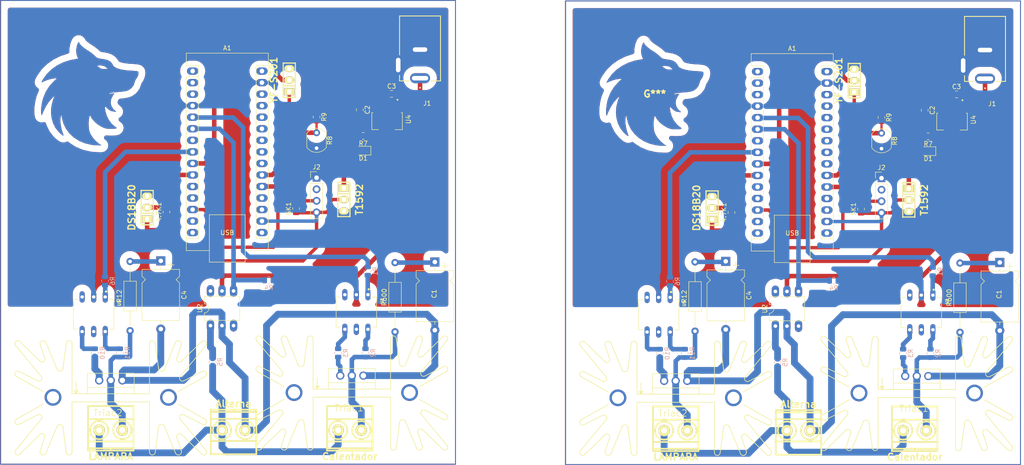
<source format=kicad_pcb>
(kicad_pcb (version 20240108) (generator "pcbnew") (generator_version "8.0")
  (layers (0 "F.Cu" signal) (31 "B.Cu" signal) (34 "B.Paste" user) (35 "F.Paste" user) (36 "B.SilkS" user "B.Silkscreen") (37 "F.SilkS" user "F.Silkscreen") (38 "B.Mask" user) (39 "F.Mask" user) (44 "Edge.Cuts" user))
  (net 0 "")
  (net 1 "VIN")
  (net 2 "GND")
  (net 3 "5V")
  (net 4 "Net-(D1-A)")
  (net 5 "Net-(R1-Pad1)")
  (net 6 "D7")
  (net 7 "Net-(R2-Pad2)")
  (net 8 "Net-(Triac1-A2)")
  (net 9 "Net-(Triac1-G)")
  (net 10 "Net-(R3-Pad2)")
  (net 11 "D4")
  (net 12 "Net-(R5-Pad2)")
  (net 13 "Neutro")
  (net 14 "Net-(C1-Pad1)")
  (net 16 "3.3V")
  (net 18 "Vivo")
  (net 22 "A1")
  (net 23 "D2")
  (net 27 "A0")
  (net 30 "D5")
  (net 34 "D3")
  (net 37 "D6")
  (net 42 "Net-(Triac2-A2)")
  (net 43 "NC")
  (net 44 "Net-(R6-Pad1)")
  (net 45 "Net-(R10-Pad2)")
  (net 46 "Net-(Triac2-G)")
  (net 47 "Net-(R11-Pad2)")
  (net 48 "Net-(C4-Pad1)")
  (net 52 "unconnected-(U5-NC-Pad5)")
  (footprint "Resistor_THT:R_Axial_DIN0207_L6.3mm_D2.5mm_P15.24mm_Horizontal" (layer "F.Cu") (at 60.45 98.82 90)
    (property "Reference" "R12")
    (property "Value" "~")
  )
  (footprint "BT139:TO220DISIPADOR" (layer "F.Cu") (at 180.4 112.8)
    (property "Reference" "Triac2")
    (property "Value" "Triac")
  )
  (footprint "Connector_PinHeader_2.54mm:PinHeader_1x04_P2.54mm_Vertical" (layer "F.Cu") (at 225.65 65.25)
    (property "Reference" "J2")
    (property "Value" "DHT11")
  )
  (footprint "EESTN5:BORNERA2" (layer "F.Cu") (at 232.94 120.8)
    (property "Reference" "Calentador1" (hide yes))
    (property "Value" "Calentador")
  )
  (footprint "EESTN5:Pin_Header_3" (layer "F.Cu") (at 107.45 69.95 -90)
    (property "Reference" "T1592")
    (property "Value" "Datos" (hide yes))
  )
  (footprint "MOC3021:DIP762W45P254L889H508Q6" (layer "F.Cu") (at 52.45 95.2 -90)
    (property "Reference" "U5")
    (property "Value" "MOC3021M")
  )
  (footprint "AMS1117:SOT229P700X180-4N" (layer "F.Cu") (at 241.15 52.8 -90)
    (property "Reference" "U4")
    (property "Value" "5V")
  )
  (footprint "Module:Arduino_Nano" (layer "F.Cu") (at 74.2 41.68)
    (property "Reference" "A1")
    (property "Value" "Arduino_Nano_Every")
  )
  (footprint "Capacitor_SMD:C_0805_2012Metric" (layer "F.Cu") (at 117.95 46.7)
    (property "Reference" "C3")
    (property "Value" "1uf")
  )
  (footprint "Capacitor_THT:CP_Axial_L11.0mm_D8.0mm_P15.00mm_Horizontal" (layer "F.Cu") (at 251.65 83.8 -90)
    (property "Reference" "C1")
    (property "Value" "47nF")
  )
  (footprint "AMS1117:SOT229P700X180-4N" (layer "F.Cu") (at 116.95 52.7 -90)
    (property "Reference" "U4")
    (property "Value" "5V")
  )
  (footprint "Resistor_SMD:R_0805_2012Metric" (layer "F.Cu") (at 225.65 51.8875 -90)
    (property "Reference" "R9")
    (property "Value" "~")
  )
  (footprint "Resistor_SMD:R_0805_2012Metric" (layer "F.Cu") (at 96.95 71.95 90)
    (property "Reference" "5K1")
    (property "Value" "~")
  )
  (footprint "DCJ200-10-A-XX-K_REVA:GCT_DCJ200-10-A-XX-K_REVA" (layer "F.Cu") (at 124.2 36.7 180)
    (property "Reference" "J1")
    (property "Value" "DCJ200-10-A-XX-K_REVA")
  )
  (footprint "EESTN5:BORNERA2" (layer "F.Cu") (at 180.4 120.8)
    (property "Reference" "Calentador2" (hide yes))
    (property "Value" "LAMPARA")
  )
  (footprint "Resistor_SMD:R_0805_2012Metric" (layer "F.Cu") (at 235.9 56.05 180)
    (property "Reference" "R7")
    (property "Value" "220")
  )
  (footprint "Resistor_SMD:R_0805_2012Metric" (layer "F.Cu") (at 192.65 72.8 90)
    (property "Reference" "4.7K1")
    (property "Value" "~")
  )
  (footprint "DCJ200-10-A-XX-K_REVA:GCT_DCJ200-10-A-XX-K_REVA" (layer "F.Cu") (at 248.4 36.8 180)
    (property "Reference" "J1")
    (property "Value" "DCJ200-10-A-XX-K_REVA")
  )
  (footprint "Resistor_SMD:R_0805_2012Metric" (layer "F.Cu") (at 221.15 72.05 90)
    (property "Reference" "5K1")
    (property "Value" "~")
  )
  (footprint "EESTN5:Pin_Header_3" (layer "F.Cu") (at 231.65 70.05 -90)
    (property "Reference" "T1592")
    (property "Value" "Datos" (hide yes))
  )
  (footprint "Capacitor_SMD:C_0805_2012Metric" (layer "F.Cu") (at 110.95 50.2 -90)
    (property "Reference" "C2")
    (property "Value" "1uf")
  )
  (footprint "Capacitor_SMD:C_0805_2012Metric" (layer "F.Cu") (at 235.15 50.3 -90)
    (property "Reference" "C2")
    (property "Value" "1uf")
  )
  (footprint "BT139:TO220DISIPADOR" (layer "F.Cu") (at 233.4 111.75)
    (property "Reference" "Triac1")
    (property "Value" "Triac")
  )
  (footprint "logo de un lobo:55x55" (layer "F.Cu") (at 175.8 46.7)
    (property "Reference" "G***")
    (property "Value" "LOGO" (hide yes))
  )
  (footprint "BT139:TO220DISIPADOR" (layer "F.Cu") (at 56.2 112.7)
    (property "Reference" "Triac2")
    (property "Value" "Triac")
  )
  (footprint "EESTN5:BORNERA2" (layer "F.Cu") (at 56.2 120.7)
    (property "Reference" "Calentador2" (hide yes))
    (property "Value" "LAMPARA")
  )
  (footprint "LED_SMD:LED_0805_2012Metric" (layer "F.Cu") (at 235.9 59.3 180)
    (property "Reference" "D1")
    (property "Value" "LED")
  )
  (footprint "logo de un lobo:55x55" (layer "F.Cu") (at 51.6 46.6)
    (property "Reference" "G***" (hide yes))
    (property "Value" "LOGO" (hide yes))
  )
  (footprint "EESTN5:Pin_Header_3" (layer "F.Cu") (at 95.45 43.66 90)
    (property "Reference" "YF-S201")
    (property "Value" "Datos" (hide yes))
  )
  (footprint "EESTN5:BORNERA2" (layer "F.Cu") (at 207.4 120.8 180)
    (property "Reference" "Alterna1" (hide yes))
    (property "Value" "Alterna")
  )
  (footprint "OptoDevice:R_LDR_5.1x4.3mm_P3.4mm_Vertical" (layer "F.Cu") (at 101.45 55.25 -90)
    (property "Reference" "R8")
    (property "Value" "LDR07")
  )
  (footprint "Module:Arduino_Nano" (layer "F.Cu") (at 198.4 41.78)
    (property "Reference" "A1")
    (property "Value" "Arduino_Nano_Every")
  )
  (footprint "Capacitor_THT:CP_Axial_L11.0mm_D8.0mm_P15.00mm_Horizontal" (layer "F.Cu") (at 67.2 83.45 -90)
    (property "Reference" "C4")
    (property "Value" "47nF")
  )
  (footprint "EESTN5:Pin_Header_3" (layer "F.Cu") (at 64.2 71.7 90)
    (property "Reference" "DS18B20")
    (property "Value" "Datos" (hide yes))
  )
  (footprint "OptoDevice:R_LDR_5.1x4.3mm_P3.4mm_Vertical" (layer "F.Cu") (at 225.65 55.35 -90)
    (property "Reference" "R8")
    (property "Value" "LDR07")
  )
  (footprint "logo de un lobo:55x55" (layer "F.Cu") (at 51.6 46.6)
    (property "Reference" "G***" (hide yes))
    (property "Value" "LOGO" (hide yes))
  )
  (footprint "Resistor_THT:R_Axial_DIN0207_L6.3mm_D2.5mm_P15.24mm_Horizontal" (layer "F.Cu") (at 118.7 99.07 90)
    (property "Reference" "R600")
    (property "Value" "~")
  )
  (footprint "BT139:TO220DISIPADOR" (layer "F.Cu") (at 109.2 111.65)
    (property "Reference" "Triac1")
    (property "Value" "Triac")
  )
  (footprint "LED_SMD:LED_0805_2012Metric" (layer "F.Cu") (at 111.7 59.2 180)
    (property "Reference" "D1")
    (property "Value" "LED")
  )
  (footprint "Capacitor_THT:CP_Axial_L11.0mm_D8.0mm_P15.00mm_Horizontal" (layer "F.Cu") (at 191.4 83.55 -90)
    (property "Reference" "C4")
    (property "Value" "47nF")
  )
  (footprint "EESTN5:Pin_Header_3" (layer "F.Cu") (at 188.4 71.8 90)
    (property "Reference" "DS18B20")
    (property "Value" "Datos" (hide yes))
  )
  (footprint "Resistor_THT:R_Axial_DIN0207_L6.3mm_D2.5mm_P15.24mm_Horizontal" (layer "F.Cu") (at 184.65 98.92 90)
    (property "Reference" "R12")
    (property "Value" "~")
  )
  (footprint "EESTN5:BORNERA2" (layer "F.Cu") (at 83.2 120.7 180)
    (property "Reference" "Alterna1" (hide yes))
    (property "Value" "Alterna")
  )
  (footprint "Package_DIP:DIP-6_W7.62mm" (layer "F.Cu") (at 78.12 97.7 90)
    (property "Reference" "U2")
    (property "Value" "4N25")
  )
  (footprint "EESTN5:Pin_Header_3" (layer "F.Cu") (at 219.65 43.76 90)
    (property "Reference" "YF-S201")
    (property "Value" "Datos" (hide yes))
  )
  (footprint "MOC3021:DIP762W45P254L889H508Q6" (layer "F.Cu") (at 110.2 94.7 -90)
    (property "Reference" "U1")
    (property "Value" "MOC3021M")
  )
  (footprint "Capacitor_SMD:C_0805_2012Metric" (layer "F.Cu") (at 242.15 46.8)
    (property "Reference" "C3")
    (property "Value" "1uf")
  )
  (footprint "Package_DIP:DIP-6_W7.62mm" (layer "F.Cu") (at 202.32 97.8 90)
    (property "Reference" "U2")
    (property "Value" "4N25")
  )
  (footprint "Capacitor_THT:CP_Axial_L11.0mm_D8.0mm_P15.00mm_Horizontal" (layer "F.Cu") (at 127.45 83.7 -90)
    (property "Reference" "C1")
    (property "Value" "47nF")
  )
  (footprint "Resistor_THT:R_Axial_DIN0207_L6.3mm_D2.5mm_P15.24mm_Horizontal" (layer "F.Cu") (at 242.9 99.17 90)
    (property "Reference" "R600")
    (property "Value" "~")
  )
  (footprint "MOC3021:DIP762W45P254L889H508Q6" (layer "F.Cu") (at 234.4 94.8 -90)
    (property "Reference" "U1")
    (property "Value" "MOC3021M")
  )
  (footprint "logo de un lobo:55x55" (layer "F.Cu") (at 175.8 46.7)
    (property "Reference" "G***")
    (property "Value" "LOGO" (hide yes))
  )
  (footprint "Connector_PinHeader_2.54mm:PinHeader_1x04_P2.54mm_Vertical" (layer "F.Cu") (at 101.45 65.15)
    (property "Reference" "J2")
    (property "Value" "DHT11")
  )
  (footprint "Resistor_SMD:R_0805_2012Metric" (layer "F.Cu") (at 101.45 51.7875 -90)
    (property "Reference" "R9")
    (property "Value" "~")
  )
  (footprint "EESTN5:BORNERA2" (layer "F.Cu") (at 108.74 120.7)
    (property "Reference" "Calentador1" (hide yes))
    (property "Value" "Calentador")
  )
  (footprint "Resistor_SMD:R_0805_2012Metric" (layer "F.Cu") (at 111.7 55.95 180)
    (property "Reference" "R7")
    (property "Value" "220")
  )
  (footprint "Resistor_SMD:R_0805_2012Metric" (layer "F.Cu") (at 68.45 72.7 90)
    (property "Reference" "4.7K1")
    (property "Value" "~")
  )
  (footprint "MOC3021:DIP762W45P254L889H508Q6" (layer "F.Cu") (at 176.65 95.3 -90)
    (property "Reference" "U5")
    (property "Value" "MOC3021M")
  )
  (footprint "Resistor_SMD:R_0805_2012Metric" (layer "B.Cu") (at 112.7 85.7 90)
    (property "Reference" "R1")
    (property "Value" "100")
  )
  (footprint "Resistor_SMD:R_0805_2012Metric" (layer "B.Cu") (at 106.2 103.7 90)
    (property "Reference" "R3")
    (property "Value" "100")
  )
  (footprint "Resistor_SMD:R_0805_2012Metric" (layer "B.Cu") (at 179.15 87.9625 90)
    (property "Reference" "R6")
    (property "Value" "100")
  )
  (footprint "Resistor_SMD:R_0805_2012Metric" (layer "B.Cu") (at 90.95 87.7)
    (property "Reference" "R4")
    (property "Value" "10k")
  )
  (footprint "Resistor_SMD:R_0805_2012Metric" (layer "B.Cu") (at 182.4 103.8 90)
    (property "Reference" "R11")
    (property "Value" "330")
  )
  (footprint "Resistor_SMD:R_0805_2012Metric" (layer "B.Cu") (at 54.95 87.8625 90)
    (property "Reference" "R6")
    (property "Value" "100")
  )
  (footprint "Resistor_SMD:R_0805_2012Metric" (layer "B.Cu") (at 215.15 87.8)
    (property "Reference" "R4")
    (property "Value" "10k")
  )
  (footprint "Resistor_SMD:R_0805_2012Metric" (layer "B.Cu") (at 78.6 105.7 90)
    (property "Reference" "R5")
    (property "Value" "100k")
  )
  (footprint "Resistor_SMD:R_0805_2012Metric" (layer "B.Cu") (at 112.2 103.7 90)
    (property "Reference" "R2")
    (property "Value" "330")
  )
  (footprint "Resistor_SMD:R_0805_2012Metric" (layer "B.Cu") (at 52.7 103.7 90)
    (property "Reference" "R10")
    (property "Value" "100")
  )
  (footprint "Resistor_SMD:R_0805_2012Metric" (layer "B.Cu") (at 236.9 85.8 90)
    (property "Reference" "R1")
    (property "Value" "100")
  )
  (footprint "Resistor_SMD:R_0805_2012Metric" (layer "B.Cu") (at 202.8 105.8 90)
    (property "Reference" "R5")
    (property "Value" "100k")
  )
  (footprint "Resistor_SMD:R_0805_2012Metric" (layer "B.Cu") (at 236.4 103.8 90)
    (property "Reference" "R2")
    (property "Value" "330")
  )
  (footprint "Resistor_SMD:R_0805_2012Metric" (layer "B.Cu") (at 176.9 103.8 90)
    (property "Reference" "R10")
    (property "Value" "100")
  )
  (footprint "Resistor_SMD:R_0805_2012Metric" (layer "B.Cu") (at 230.4 103.8 90)
    (property "Reference" "R3")
    (property "Value" "100")
  )
  (footprint "Resistor_SMD:R_0805_2012Metric" (layer "B.Cu") (at 58.2 103.7 90)
    (property "Reference" "R11")
    (property "Value" "330")
  )
  (gr_rect (start 156.1524 26.2368) (end 256.2 128.3) (stroke (width 0.2)) (fill none) (layer "F.Cu"))
  (gr_rect (start 31.9524 26.1368) (end 132 128.2) (stroke (width 0.2)) (fill none) (layer "F.Cu"))
  (gr_rect (start 156.2032 26.2368) (end 256.2 128.3) (stroke (width 0.2)) (fill none) (layer "B.Cu"))
  (gr_rect (start 32.0032 26.1368) (end 132 128.2) (stroke (width 0.2)) (fill none) (layer "B.Cu"))
  (segment (start 114.66 51.41) (end 115.45 52.2) (width 1) (layer "F.Cu") (net 1))
  (segment (start 114.555 49.25) (end 114.66 49.355) (width 0.5) (layer "F.Cu") (net 1))
  (segment (start 114.66 49.355) (end 114.66 51.41) (width 1) (layer "F.Cu") (net 1))
  (segment (start 124.2 49.2) (end 124.2 43.25) (width 1) (layer "F.Cu") (net 1))
  (segment (start 238.755 49.35) (end 238.86 49.455) (width 0.5) (layer "F.Cu") (net 1))
  (segment (start 110.95 49.25) (end 114.555 49.25) (width 0.75) (layer "F.Cu") (net 1))
  (segment (start 235.15 49.35) (end 238.755 49.35) (width 0.75) (layer "F.Cu") (net 1))
  (segment (start 238.86 49.455) (end 238.86 51.51) (width 1) (layer "F.Cu") (net 1))
  (segment (start 239.65 52.3) (end 245.4 52.3) (width 1) (layer "F.Cu") (net 1))
  (segment (start 115.45 52.2) (end 121.2 52.2) (width 1) (layer "F.Cu") (net 1))
  (segment (start 121.2 52.2) (end 124.2 49.2) (width 1) (layer "F.Cu") (net 1))
  (segment (start 245.4 52.3) (end 248.4 49.3) (width 1) (layer "F.Cu") (net 1))
  (segment (start 248.4 49.3) (end 248.4 43.35) (width 1) (layer "F.Cu") (net 1))
  (segment (start 238.86 51.51) (end 239.65 52.3) (width 1) (layer "F.Cu") (net 1))
  (segment (start 81.2 86.7) (end 110.45 86.7) (width 1) (layer "F.Cu") (net 3))
  (segment (start 241.15 80.3) (end 241.15 56.145) (width 1) (layer "F.Cu") (net 3))
  (segment (start 234.65 86.8) (end 241.15 80.3) (width 1) (layer "F.Cu") (net 3))
  (segment (start 204.86 87.34) (end 205.4 86.8) (width 1) (layer "F.Cu") (net 3))
  (segment (start 110.45 86.7) (end 116.95 80.2) (width 1) (layer "F.Cu") (net 3))
  (segment (start 220.575 50.975) (end 225.65 50.975) (width 0.75) (layer "F.Cu") (net 3))
  (segment (start 225.65 47.05) (end 225.9 46.8) (width 1) (layer "F.Cu") (net 3))
  (segment (start 116.95 49.355) (end 116.95 46.95) (width 1) (layer "F.Cu") (net 3))
  (segment (start 101.7 46.7) (end 117 46.7) (width 1) (layer "F.Cu") (net 3))
  (segment (start 219.65 50.05) (end 220.575 50.975) (width 0.75) (layer "F.Cu") (net 3))
  (segment (start 101.45 46.95) (end 101.7 46.7) (width 1) (layer "F.Cu") (net 3))
  (segment (start 225.65 50.975) (end 225.65 47.05) (width 1) (layer "F.Cu") (net 3))
  (segment (start 241.15 47.05) (end 241.4 46.8) (width 0.5) (layer "F.Cu") (net 3))
  (segment (start 116.95 56.045) (end 112.855 56.045) (width 0.5) (layer "F.Cu") (net 3))
  (segment (start 237.055 56.145) (end 236.9 56.3) (width 0.5) (layer "F.Cu") (net 3))
  (segment (start 241.15 56.145) (end 237.055 56.145) (width 0.5) (layer "F.Cu") (net 3))
  (segment (start 204.86 90.18) (end 204.86 87.34) (width 1) (layer "F.Cu") (net 3))
  (segment (start 205.4 86.8) (end 234.65 86.8) (width 1) (layer "F.Cu") (net 3))
  (segment (start 116.95 80.2) (end 116.95 56.045) (width 1) (layer "F.Cu") (net 3))
  (segment (start 112.855 56.045) (end 112.7 56.2) (width 0.5) (layer "F.Cu") (net 3))
  (segment (start 96.375 50.875) (end 101.45 50.875) (width 0.75) (layer "F.Cu") (net 3))
  (segment (start 95.45 49.95) (end 96.375 50.875) (width 0.75) (layer "F.Cu") (net 3))
  (segment (start 80.66 90.08) (end 80.66 87.24) (width 1) (layer "F.Cu") (net 3))
  (segment (start 241.15 49.455) (end 241.15 47.05) (width 1) (layer "F.Cu") (net 3))
  (segment (start 101.45 50.875) (end 101.45 46.95) (width 1) (layer "F.Cu") (net 3))
  (segment (start 225.9 46.8) (end 241.2 46.8) (width 1) (layer "F.Cu") (net 3))
  (segment (start 219.65 46.3) (end 219.65 50.05) (width 0.75) (layer "F.Cu") (net 3))
  (segment (start 95.45 46.2) (end 95.45 49.95) (width 0.75) (layer "F.Cu") (net 3))
  (segment (start 116.95 46.95) (end 117.2 46.7) (width 0.5) (layer "F.Cu") (net 3))
  (segment (start 80.66 87.24) (end 81.2 86.7) (width 1) (layer "F.Cu") (net 3))
  (segment (start 110.7875 59.175) (end 110.7625 59.2) (width 0.5) (layer "F.Cu") (net 4))
  (segment (start 110.7875 55.95) (end 110.7875 59.175) (width 0.75) (layer "F.Cu") (net 4))
  (segment (start 234.9875 56.05) (end 234.9875 59.275) (width 0.75) (layer "F.Cu") (net 4))
  (segment (start 234.9875 59.275) (end 234.9625 59.3) (width 0.5) (layer "F.Cu") (net 4))
  (segment (start 236.9 86.7125) (end 236.9 90.95) (width 1) (layer "B.Cu") (net 5))
  (segment (start 112.7 90.85) (end 112.74 90.89) (width 0.5) (layer "B.Cu") (net 5))
  (segment (start 236.9 90.95) (end 236.94 90.99) (width 0.5) (layer "B.Cu") (net 5))
  (segment (start 112.7 86.6125) (end 112.7 90.85) (width 1) (layer "B.Cu") (net 5))
  (segment (start 188.4 71.8) (end 192.4875 71.8) (width 1) (layer "F.Cu") (net 6))
  (segment (start 192.4875 71.8) (end 192.65 71.6375) (width 0.5) (layer "F.Cu") (net 6))
  (segment (start 192.65 65.3) (end 193.31 64.64) (width 1) (layer "F.Cu") (net 6))
  (segment (start 64.2 71.7) (end 68.2875 71.7) (width 1) (layer "F.Cu") (net 6))
  (segment (start 69.11 64.54) (end 74.2 64.54) (width 1) (layer "F.Cu") (net 6))
  (segment (start 68.45 71.7875) (end 68.45 65.2) (width 1) (layer "F.Cu") (net 6))
  (segment (start 68.45 65.2) (end 69.11 64.54) (width 1) (layer "F.Cu") (net 6))
  (segment (start 193.31 64.64) (end 198.4 64.64) (width 1) (layer "F.Cu") (net 6))
  (segment (start 68.2875 71.7) (end 68.45 71.5375) (width 0.5) (layer "F.Cu") (net 6))
  (segment (start 192.65 71.8875) (end 192.65 65.3) (width 1) (layer "F.Cu") (net 6))
  (segment (start 236.94 100.51) (end 236.94 98.61) (width 1) (layer "B.Cu") (net 7))
  (segment (start 236.4 102.8875) (end 236.4 101.05) (width 1) (layer "B.Cu") (net 7))
  (segment (start 112.2 102.7875) (end 112.2 100.95) (width 1) (layer "B.Cu") (net 7))
  (segment (start 236.4 101.05) (end 236.94 100.51) (width 1) (layer "B.Cu") (net 7))
  (segment (start 112.74 100.41) (end 112.74 98.51) (width 1) (layer "B.Cu") (net 7))
  (segment (start 112.2 100.95) (end 112.74 100.41) (width 1) (layer "B.Cu") (net 7))
  (segment (start 235.48 116.63) (end 233.4 114.55) (width 1.5) (layer "B.Cu") (net 8))
  (segment (start 118.7 103.95) (end 118.7 99.07) (width 1) (layer "B.Cu") (net 8))
  (segment (start 111.28 120.7) (end 111.28 116.53) (width 1.5) (layer "B.Cu") (net 8))
  (segment (start 242.2375 104.7125) (end 242.9 104.05) (width 1) (layer "B.Cu") (net 8))
  (segment (start 109.2 114.45) (end 109.2 108.7) (width 1.5) (layer "B.Cu") (net 8))
  (segment (start 112.2 104.6125) (end 118.0375 104.6125) (width 1) (layer "B.Cu") (net 8))
  (segment (start 235.48 120.8) (end 235.48 116.63) (width 1.5) (layer "B.Cu") (net 8))
  (segment (start 242.9 104.05) (end 242.9 99.17) (width 1) (layer "B.Cu") (net 8))
  (segment (start 111.28 116.53) (end 109.2 114.45) (width 1.5) (layer "B.Cu") (net 8))
  (segment (start 109.7875 104.6125) (end 112.2 104.6125) (width 1) (layer "B.Cu") (net 8))
  (segment (start 233.4 105.3) (end 233.9875 104.7125) (width 1) (layer "B.Cu") (net 8))
  (segment (start 118.0375 104.6125) (end 118.7 103.95) (width 1) (layer "B.Cu") (net 8))
  (segment (start 109.2 108.7) (end 109.2 105.2) (width 1) (layer "B.Cu") (net 8))
  (segment (start 109.2 105.2) (end 109.7875 104.6125) (width 1) (layer "B.Cu") (net 8))
  (segment (start 233.4 114.55) (end 233.4 108.8) (width 1.5) (layer "B.Cu") (net 8))
  (segment (start 233.9875 104.7125) (end 236.4 104.7125) (width 1) (layer "B.Cu") (net 8))
  (segment (start 236.4 104.7125) (end 242.2375 104.7125) (width 1) (layer "B.Cu") (net 8))
  (segment (start 233.4 108.8) (end 233.4 105.3) (width 1) (layer "B.Cu") (net 8))
  (segment (start 230.86 106.76) (end 230.4 106.3) (width 1) (layer "B.Cu") (net 9))
  (segment (start 106.66 108.7) (end 106.66 106.66) (width 1) (layer "B.Cu") (net 9))
  (segment (start 106.2 106.2) (end 106.2 104.6125) (width 1) (layer "B.Cu") (net 9))
  (segment (start 230.4 106.3) (end 230.4 104.7125) (width 1) (layer "B.Cu") (net 9))
  (segment (start 106.66 106.66) (end 106.2 106.2) (width 1) (layer "B.Cu") (net 9))
  (segment (start 230.86 108.8) (end 230.86 106.76) (width 1) (layer "B.Cu") (net 9))
  (segment (start 107.66 100.24) (end 107.66 98.51) (width 1) (layer "B.Cu") (net 10))
  (segment (start 106.2 102.7875) (end 106.2 101.7) (width 1) (layer "B.Cu") (net 10))
  (segment (start 230.4 102.8875) (end 230.4 101.8) (width 1) (layer "B.Cu") (net 10))
  (segment (start 106.2 101.7) (end 107.66 100.24) (width 1) (layer "B.Cu") (net 10))
  (segment (start 230.4 101.8) (end 231.86 100.34) (width 1) (layer "B.Cu") (net 10))
  (segment (start 231.86 100.34) (end 231.86 98.61) (width 1) (layer "B.Cu") (net 10))
  (segment (start 77.45 77.95) (end 77.45 72.95) (width 0.75) (layer "F.Cu") (net 11))
  (segment (start 92.95 79.45) (end 91.95 80.45) (width 0.75) (layer "F.Cu") (net 11))
  (segment (start 76.66 72.16) (end 74.2 72.16) (width 0.75) (layer "F.Cu") (net 11))
  (segment (start 96.95 71.0375) (end 96.95 70.7) (width 0.75) (layer "F.Cu") (net 11))
  (segment (start 93.8625 71.0375) (end 92.95 71.95) (width 0.75) (layer "F.Cu") (net 11))
  (segment (start 91.95 80.45) (end 79.95 80.45) (width 0.75) (layer "F.Cu") (net 11))
  (segment (start 200.86 72.26) (end 198.4 72.26) (width 0.75) (layer "F.Cu") (net 11))
  (segment (start 221.15 70.8) (end 221.62 70.33) (width 0.75) (layer "F.Cu") (net 11))
  (segment (start 221.62 70.33) (end 225.65 70.33) (width 0.75) (layer "F.Cu") (net 11))
  (segment (start 79.95 80.45) (end 77.45 77.95) (width 0.75) (layer "F.Cu") (net 11))
  (segment (start 201.65 78.05) (end 201.65 73.05) (width 0.75) (layer "F.Cu") (net 11))
  (segment (start 92.95 71.95) (end 92.95 79.45) (width 0.75) (layer "F.Cu") (net 11))
  (segment (start 201.65 73.05) (end 200.86 72.26) (width 0.75) (layer "F.Cu") (net 11))
  (segment (start 217.15 72.05) (end 217.15 79.55) (width 0.75) (layer "F.Cu") (net 11))
  (segment (start 77.45 72.95) (end 76.66 72.16) (width 0.75) (layer "F.Cu") (net 11))
  (segment (start 204.15 80.55) (end 201.65 78.05) (width 0.75) (layer "F.Cu") (net 11))
  (segment (start 216.15 80.55) (end 204.15 80.55) (width 0.75) (layer "F.Cu") (net 11))
  (segment (start 218.0625 71.1375) (end 217.15 72.05) (width 0.75) (layer "F.Cu") (net 11))
  (segment (start 97.42 70.23) (end 101.45 70.23) (width 0.75) (layer "F.Cu") (net 11))
  (segment (start 217.15 79.55) (end 216.15 80.55) (width 0.75) (layer "F.Cu") (net 11))
  (segment (start 221.15 71.1375) (end 218.0625 71.1375) (width 0.75) (layer "F.Cu") (net 11))
  (segment (start 96.95 70.7) (end 97.42 70.23) (width 0.75) (layer "F.Cu") (net 11))
  (segment (start 221.15 71.1375) (end 221.15 70.8) (width 0.75) (layer "F.Cu") (net 11))
  (segment (start 96.95 71.0375) (end 93.8625 71.0375) (width 0.75) (layer "F.Cu") (net 11))
  (segment (start 78.12 97.7) (end 78.12 102.42) (width 1.5) (layer "B.Cu") (net 12))
  (segment (start 202.8 103) (end 202.8 104.8875) (width 1.5) (layer "B.Cu") (net 12))
  (segment (start 78.6 102.9) (end 78.6 104.7875) (width 1.5) (layer "B.Cu") (net 12))
  (segment (start 202.32 102.52) (end 202.8 103) (width 1.5) (layer "B.Cu") (net 12))
  (segment (start 202.32 97.8) (end 202.32 102.52) (width 1.5) (layer "B.Cu") (net 12))
  (segment (start 78.12 102.42) (end 78.6 102.9) (width 1.5) (layer "B.Cu") (net 12))
  (segment (start 204.86 124.51) (end 205.9 125.55) (width 1.5) (layer "B.Cu") (net 13))
  (segment (start 81.7 125.45) (end 104.7 125.45) (width 1.5) (layer "B.Cu") (net 13))
  (segment (start 106.2 123.95) (end 106.2 120.7) (width 1.5) (layer "B.Cu") (net 13))
  (segment (start 201.4 120.8) (end 204.86 120.8) (width 1.5) (layer "B.Cu") (net 13))
  (segment (start 53.66 120.7) (end 53.66 125.16) (width 1.5) (layer "B.Cu") (net 13))
  (segment (start 80.66 120.7) (end 80.66 124.41) (width 1.5) (layer "B.Cu") (net 13))
  (segment (start 54.2 125.7) (end 72.2 125.7) (width 1.5) (layer "B.Cu") (net 13))
  (segment (start 205.9 125.55) (end 228.9 125.55) (width 1.5) (layer "B.Cu") (net 13))
  (segment (start 78.6 106.6125) (end 78.6 112.1) (width 1.5) (layer "B.Cu") (net 13))
  (segment (start 202.8 112.2) (end 204.86 114.26) (width 1.5) (layer "B.Cu") (net 13))
  (segment (start 204.86 114.26) (end 204.86 120.8) (width 1.5) (layer "B.Cu") (net 13))
  (segment (start 104.7 125.45) (end 106.2 123.95) (width 1.5) (layer "B.Cu") (net 13))
  (segment (start 202.8 106.7125) (end 202.8 112.2) (width 1.5) (layer "B.Cu") (net 13))
  (segment (start 230.4 124.05) (end 230.4 120.8) (width 1.5) (layer "B.Cu") (net 13))
  (segment (start 80.66 124.41) (end 81.7 125.45) (width 1.5) (layer "B.Cu") (net 13))
  (segment (start 177.86 120.8) (end 177.86 125.26) (width 1.5) (layer "B.Cu") (net 13))
  (segment (start 53.66 125.16) (end 54.2 125.7) (width 1.5) (layer "B.Cu") (net 13))
  (segment (start 77.2 120.7) (end 80.66 120.7) (width 1.5) (layer "B.Cu") (net 13))
  (segment (start 204.86 120.8) (end 204.86 124.51) (width 1.5) (layer "B.Cu") (net 13))
  (segment (start 228.9 125.55) (end 230.4 124.05) (width 1.5) (layer "B.Cu") (net 13))
  (segment (start 72.2 125.7) (end 77.2 120.7) (width 1.5) (layer "B.Cu") (net 13))
  (segment (start 177.86 125.26) (end 178.4 125.8) (width 1.5) (layer "B.Cu") (net 13))
  (segment (start 80.66 114.16) (end 80.66 120.7) (width 1.5) (layer "B.Cu") (net 13))
  (segment (start 78.6 112.1) (end 80.66 114.16) (width 1.5) (layer "B.Cu") (net 13))
  (segment (start 178.4 125.8) (end 196.4 125.8) (width 1.5) (layer "B.Cu") (net 13))
  (segment (start 196.4 125.8) (end 201.4 120.8) (width 1.5) (layer "B.Cu") (net 13))
  (segment (start 251.52 83.93) (end 251.65 83.8) (width 0.5) (layer "B.Cu") (net 14))
  (segment (start 242.9 83.93) (end 251.52 83.93) (width 1) (layer "B.Cu") (net 14))
  (segment (start 127.32 83.83) (end 127.45 83.7) (width 0.5) (layer "B.Cu") (net 14))
  (segment (start 118.7 83.83) (end 127.32 83.83) (width 1) (layer "B.Cu") (net 14))
  (segment (start 192.4 76.8) (end 192.65 76.55) (width 1) (layer "F.Cu") (net 16))
  (segment (start 228.4 72.3) (end 228.4 70.8) (width 0.75) (layer "F.Cu") (net 16))
  (segment (start 228.4 70.8) (end 229.15 70.05) (width 0.75) (layer "F.Cu") (net 16))
  (segment (start 64.45 76.7) (end 68.2 76.7) (width 1) (layer "F.Cu") (net 16))
  (segment (start 68.45 76.45) (end 68.45 73.6125) (width 1) (layer "F.Cu") (net 16))
  (segment (start 98.45 83.45) (end 101.45 80.45) (width 0.75) (layer "F.Cu") (net 16))
  (segment (start 70.2 73.7) (end 70.2 80.7) (width 0.75) (layer "F.Cu") (net 16))
  (segment (start 192.65 73.7125) (end 194.3125 73.7125) (width 0.75) (layer "F.Cu") (net 16))
  (segment (start 221.15 72.9625) (end 225.5575 72.9625) (width 0.75) (layer "F.Cu") (net 16))
  (segment (start 96.95 72.8625) (end 101.3575 72.8625) (width 0.75) (layer "F.Cu") (net 16))
  (segment (start 227.83 72.87) (end 228.4 72.3) (width 0.75) (layer "F.Cu") (net 16))
  (segment (start 197.15 83.55) (end 222.65 83.55) (width 0.75) (layer "F.Cu") (net 16))
  (segment (start 188.4 76.55) (end 188.65 76.8) (width 1) (layer "F.Cu") (net 16))
  (segment (start 70.2 80.7) (end 72.95 83.45) (width 0.75) (layer "F.Cu") (net 16))
  (segment (start 101.3575 72.8625) (end 101.45 72.77) (width 0.5) (layer "F.Cu") (net 16))
  (segment (start 225.5575 72.9625) (end 225.65 72.87) (width 0.5) (layer "F.Cu") (net 16))
  (segment (start 104.2 70.7) (end 104.95 69.95) (width 0.75) (layer "F.Cu") (net 16))
  (segment (start 104.95 69.95) (end 107.45 69.95) (width 0.75) (layer "F.Cu") (net 16))
  (segment (start 101.45 80.45) (end 101.45 72.77) (width 0.75) (layer "F.Cu") (net 16))
  (segment (start 68.45 73.6125) (end 70.1125 73.6125) (width 0.75) (layer "F.Cu") (net 16))
  (segment (start 104.2 72.2) (end 104.2 70.7) (width 0.75) (layer "F.Cu") (net 16))
  (segment (start 225.65 80.55) (end 225.65 72.87) (width 0.75) (layer "F.Cu") (net 16))
  (segment (start 68.2 76.7) (end 68.45 76.45) (width 1) (layer "F.Cu") (net 16))
  (segment (start 194.3125 73.7125) (end 194.4 73.8) (width 0.75) (layer "F.Cu") (net 16))
  (segment (start 72.95 83.45) (end 98.45 83.45) (width 0.75) (layer "F.Cu") (net 16))
  (segment (start 222.65 83.55) (end 225.65 80.55) (width 0.75) (layer "F.Cu") (net 16))
  (segment (start 64.2 76.45) (end 64.45 76.7) (width 1) (layer "F.Cu") (net 16))
  (segment (start 188.4 74.34) (end 188.4 76.55) (width 1) (layer "F.Cu") (net 16))
  (segment (start 194.4 73.8) (end 194.4 80.8) (width 0.75) (layer "F.Cu") (net 16))
  (segment (start 101.45 72.77) (end 103.63 72.77) (width 0.75) (layer "F.Cu") (net 16))
  (segment (start 103.63 72.77) (end 104.2 72.2) (width 0.75) (layer "F.Cu") (net 16))
  (segment (start 70.1125 73.6125) (end 70.2 73.7) (width 0.75) (layer "F.Cu") (net 16))
  (segment (start 229.15 70.05) (end 231.65 70.05) (width 0.75) (layer "F.Cu") (net 16))
  (segment (start 64.2 74.24) (end 64.2 76.45) (width 1) (layer "F.Cu") (net 16))
  (segment (start 194.4 80.8) (end 197.15 83.55) (width 0.75) (layer "F.Cu") (net 16))
  (segment (start 192.65 76.55) (end 192.65 73.7125) (width 1) (layer "F.Cu") (net 16))
  (segment (start 188.65 76.8) (end 192.4 76.8) (width 1) (layer "F.Cu") (net 16))
  (segment (start 225.65 72.87) (end 227.83 72.87) (width 0.75) (layer "F.Cu") (net 16))
  (segment (start 225.4 74.8) (end 225.65 74.55) (width 0.75) (layer "B.Cu") (net 16))
  (segment (start 225.65 74.55) (end 225.65 72.87) (width 0.75) (layer "B.Cu") (net 16))
  (segment (start 213.64 74.8) (end 225.4 74.8) (width 0.75) (layer "B.Cu") (net 16))
  (segment (start 101.45 74.45) (end 101.45 72.77) (width 0.75) (layer "B.Cu") (net 16))
  (segment (start 89.44 74.7) (end 101.2 74.7) (width 0.75) (layer "B.Cu") (net 16))
  (segment (start 101.2 74.7) (end 101.45 74.45) (width 0.75) (layer "B.Cu") (net 16))
  (segment (start 251.65 97.05) (end 249.9 95.3) (width 1.5) (layer "B.Cu") (net 18))
  (segment (start 196.35 109.85) (end 198.4 107.8) (width 1.5) (layer "B.Cu") (net 18))
  (segment (start 59.2 107.45) (end 58.74 107.91) (width 1.5) (layer "B.Cu") (net 18))
  (segment (start 127.45 96.95) (end 125.7 95.2) (width 1.5) (layer "B.Cu") (net 18))
  (segment (start 125.2 108.7) (end 127.45 106.45) (width 1.5) (layer "B.Cu") (net 18))
  (segment (start 235.94 108.8) (end 249.4 108.8) (width 1.5) (layer "B.Cu") (net 18))
  (segment (start 191.4 106.05) (end 189.9 107.55) (width 1.5) (layer "B.Cu") (net 18))
  (segment (start 251.65 106.55) (end 251.65 98.8) (width 1.5) (layer "B.Cu") (net 18))
  (segment (start 199.1 94.8) (end 204.4 94.8) (width 1.5) (layer "B.Cu") (net 18))
  (segment (start 217.15 95.3) (end 214.65 97.8) (width 1.5) (layer "B.Cu") (net 18))
  (segment (start 67.2 98.45) (end 67.2 105.95) (width 1.5) (layer "B.Cu") (net 18))
  (segment (start 214.65 97.8) (end 214.65 118.8) (width 1.5) (layer "B.Cu") (net 18))
  (segment (start 209.94 120.8) (end 209.94 109.34) (width 1.5) (layer "B.Cu") (net 18))
  (segment (start 206.5 101.9) (end 204.86 100.26) (width 1.5) (layer "B.Cu") (net 18))
  (segment (start 198.4 107.8) (end 198.4 95.5) (width 1.5) (layer "B.Cu") (net 18))
  (segment (start 212.65 120.8) (end 209.94 120.8) (width 1.5) (layer "B.Cu") (net 18))
  (segment (start 251.65 98.8) (end 251.65 97.05) (width 1.5) (layer "B.Cu") (net 18))
  (segment (start 74.2 107.7) (end 74.2 95.4) (width 1.5) (layer "B.Cu") (net 18))
  (segment (start 90.45 97.7) (end 90.45 118.7) (width 1.5) (layer "B.Cu") (net 18))
  (segment (start 85.74 109.24) (end 82.3 105.8) (width 1.5) (layer "B.Cu") (net 18))
  (segment (start 80.66 95.16) (end 80.66 97.7) (width 1.5) (layer "B.Cu") (net 18))
  (segment (start 88.45 120.7) (end 85.74 120.7) (width 1.5) (layer "B.Cu") (net 18))
  (segment (start 127.45 98.7) (end 127.45 96.95) (width 1.5) (layer "B.Cu") (net 18))
  (segment (start 67.2 105.95) (end 65.7 107.45) (width 1.5) (layer "B.Cu") (net 18))
  (segment (start 58.74 109.75) (end 72.15 109.75) (width 1.5) (layer "B.Cu") (net 18))
  (segment (start 249.9 95.3) (end 217.15 95.3) (width 1.5) (layer "B.Cu") (net 18))
  (segment (start 206.5 105.9) (end 206.5 101.9) (width 1.5) (layer "B.Cu") (net 18))
  (segment (start 82.3 101.8) (end 80.66 100.16) (width 1.5) (layer "B.Cu") (net 18))
  (segment (start 85.74 120.7) (end 85.74 109.24) (width 1.5) (layer "B.Cu") (net 18))
  (segment (start 214.65 118.8) (end 212.65 120.8) (width 1.5) (layer "B.Cu") (net 18))
  (segment (start 182.94 109.85) (end 196.35 109.85) (width 1.5) (layer "B.Cu") (net 18))
  (segment (start 80.2 94.7) (end 80.66 95.16) (width 1.5) (layer "B.Cu") (net 18))
  (segment (start 209.94 109.34) (end 206.5 105.9) (width 1.5) (layer "B.Cu") (net 18))
  (segment (start 204.86 95.26) (end 204.86 97.8) (width 1.5) (layer "B.Cu") (net 18))
  (segment (start 82.3 105.8) (end 82.3 101.8) (width 1.5) (layer "B.Cu") (net 18))
  (segment (start 58.74 107.91) (end 58.74 109.75) (width 1.5) (layer "B.Cu") (net 18))
  (segment (start 125.7 95.2) (end 92.95 95.2) (width 1.5) (layer "B.Cu") (net 18))
  (segment (start 182.94 108.01) (end 182.94 109.85) (width 1.5) (layer "B.Cu") (net 18))
  (segment (start 72.15 109.75) (end 74.2 107.7) (width 1.5) (layer "B.Cu") (net 18))
  (segment (start 92.95 95.2) (end 90.45 97.7) (width 1.5) (layer "B.Cu") (net 18))
  (segment (start 191.4 98.55) (end 191.4 106.05) (width 1.5) (layer "B.Cu") (net 18))
  (segment (start 74.2 95.4) (end 74.9 94.7) (width 1.5) (layer "B.Cu") (net 18))
  (segment (start 90.45 118.7) (end 88.45 120.7) (width 1.5) (layer "B.Cu") (net 18))
  (segment (start 204.4 94.8) (end 204.86 95.26) (width 1.5) (layer "B.Cu") (net 18))
  (segment (start 74.9 94.7) (end 80.2 94.7) (width 1.5) (layer "B.Cu") (net 18))
  (segment (start 65.7 107.45) (end 59.2 107.45) (width 1.5) (layer "B.Cu") (net 18))
  (segment (start 183.4 107.55) (end 182.94 108.01) (width 1.5) (layer "B.Cu") (net 18))
  (segment (start 204.86 100.26) (end 204.86 97.8) (width 1.5) (layer "B.Cu") (net 18))
  (segment (start 249.4 108.8) (end 251.65 106.55) (width 1.5) (layer "B.Cu") (net 18))
  (segment (start 111.74 108.7) (end 125.2 108.7) (width 1.5) (layer "B.Cu") (net 18))
  (segment (start 198.4 95.5) (end 199.1 94.8) (width 1.5) (layer "B.Cu") (net 18))
  (segment (start 127.45 106.45) (end 127.45 98.7) (width 1.5) (layer "B.Cu") (net 18))
  (segment (start 80.66 100.16) (end 80.66 97.7) (width 1.5) (layer "B.Cu") (net 18))
  (segment (start 189.9 107.55) (end 183.4 107.55) (width 1.5) (layer "B.Cu") (net 18))
  (segment (start 213.64 67.18) (end 218.27 67.18) (width 1) (layer "F.Cu") (net 22))
  (segment (start 94.07 67.08) (end 98.45 62.7) (width 1) (layer "F.Cu") (net 22))
  (segment (start 89.44 67.08) (end 94.07 67.08) (width 1) (layer "F.Cu") (net 22))
  (segment (start 218.27 67.18) (end 222.65 62.8) (width 1) (layer "F.Cu") (net 22))
  (segment (start 231.65 63.55) (end 231.65 67.51) (width 1) (layer "F.Cu") (net 22))
  (segment (start 98.45 62.7) (end 106.7 62.7) (width 1) (layer "F.Cu") (net 22))
  (segment (start 230.9 62.8) (end 231.65 63.55) (width 1) (layer "F.Cu") (net 22))
  (segment (start 222.65 62.8) (end 230.9 62.8) (width 1) (layer "F.Cu") (net 22))
  (segment (start 106.7 62.7) (end 107.45 63.45) (width 1) (layer "F.Cu") (net 22))
  (segment (start 107.45 63.45) (end 107.45 67.41) (width 1) (layer "F.Cu") (net 22))
  (segment (start 198.4 54.48) (end 204.33 54.48) (width 1) (layer "B.Cu") (net 23))
  (segment (start 204.33 54.48) (end 207.4 57.55) (width 1) (layer "B.Cu") (net 23))
  (segment (start 207.4 90.18) (end 207.4 88.8) (width 1) (layer "B.Cu") (net 23))
  (segment (start 207.4 57.55) (end 207.4 88.8) (width 1) (layer "B.Cu") (net 23))
  (segment (start 83.2 88.7) (end 83.2 87.95) (width 1) (layer "B.Cu") (net 23))
  (segment (start 207.65 87.8) (end 214.2375 87.8) (width 1) (layer "B.Cu") (net 23))
  (segment (start 83.45 87.7) (end 90.0375 87.7) (width 1) (layer "B.Cu") (net 23))
  (segment (start 207.4 88.8) (end 207.4 88.05) (width 1) (layer "B.Cu") (net 23))
  (segment (start 207.4 88.05) (end 207.65 87.8) (width 1) (layer "B.Cu") (net 23))
  (segment (start 83.2 87.95) (end 83.45 87.7) (width 1) (layer "B.Cu") (net 23))
  (segment (start 83.2 57.45) (end 83.2 88.7) (width 1) (layer "B.Cu") (net 23))
  (segment (start 83.2 90.08) (end 83.2 88.7) (width 1) (layer "B.Cu") (net 23))
  (segment (start 80.13 54.38) (end 83.2 57.45) (width 1) (layer "B.Cu") (net 23))
  (segment (start 74.2 54.38) (end 80.13 54.38) (width 1) (layer "B.Cu") (net 23))
  (segment (start 101.45 55.25) (end 98.65 55.25) (width 1) (layer "F.Cu") (net 27))
  (segment (start 225.65 55.35) (end 222.85 55.35) (width 1) (layer "F.Cu") (net 27))
  (segment (start 101.45 52.7) (end 101.45 55.25) (width 0.5) (layer "F.Cu") (net 27))
  (segment (start 97.45 56.45) (end 97.45 58.75) (width 1) (layer "F.Cu") (net 27))
  (segment (start 215.86 64.64) (end 213.64 64.64) (width 1) (layer "F.Cu") (net 27))
  (segment (start 221.65 58.85) (end 215.86 64.64) (width 1) (layer "F.Cu") (net 27))
  (segment (start 222.85 55.35) (end 221.65 56.55) (width 1) (layer "F.Cu") (net 27))
  (segment (start 97.45 58.75) (end 91.66 64.54) (width 1) (layer "F.Cu") (net 27))
  (segment (start 221.65 56.55) (end 221.65 58.85) (width 1) (layer "F.Cu") (net 27))
  (segment (start 98.65 55.25) (end 97.45 56.45) (width 1) (layer "F.Cu") (net 27))
  (segment (start 91.66 64.54) (end 89.44 64.54) (width 1) (layer "F.Cu") (net 27))
  (segment (start 225.65 52.8) (end 225.65 55.35) (width 0.5) (layer "F.Cu") (net 27))
  (segment (start 59.44 59.46) (end 74.2 59.46) (width 1) (layer "B.Cu") (net 30))
  (segment (start 54.95 63.95) (end 59.44 59.46) (width 1) (layer "B.Cu") (net 30))
  (segment (start 179.15 87.05) (end 179.15 64.05) (width 1) (layer "B.Cu") (net 30))
  (segment (start 183.64 59.56) (end 198.4 59.56) (width 1) (layer "B.Cu") (net 30))
  (segment (start 54.95 86.95) (end 54.95 63.95) (width 1) (layer "B.Cu") (net 30))
  (segment (start 179.15 64.05) (end 183.64 59.56) (width 1) (layer "B.Cu") (net 30))
  (segment (start 85.3 54.075) (end 83.125 51.9) (width 1) (layer "B.Cu") (net 34))
  (segment (start 86.55 82.575) (end 85.3 81.325) (width 1) (layer "B.Cu") (net 34))
  (segment (start 236.9 83.5) (end 236.075 82.675) (width 1) (layer "B.Cu") (net 34))
  (segment (start 112.7 84.7875) (end 112.7 83.4) (width 1) (layer "B.Cu") (net 34))
  (segment (start 112.7 83.4) (end 111.875 82.575) (width 1) (layer "B.Cu") (net 34))
  (segment (start 209.5 54.175) (end 207.325 52) (width 1) (layer "B.Cu") (net 34))
  (segment (start 111.875 82.575) (end 86.55 82.575) (width 1) (layer "B.Cu") (net 34))
  (segment (start 83.125 51.9) (end 74.26 51.9) (width 1) (layer "B.Cu") (net 34))
  (segment (start 198.46 52) (end 198.4 51.94) (width 1) (layer "B.Cu") (net 34))
  (segment (start 210.75 82.675) (end 209.5 81.425) (width 1) (layer "B.Cu") (net 34))
  (segment (start 85.3 81.325) (end 85.3 54.075) (width 1) (layer "B.Cu") (net 34))
  (segment (start 236.075 82.675) (end 210.75 82.675) (width 1) (layer "B.Cu") (net 34))
  (segment (start 236.9 84.8875) (end 236.9 83.5) (width 1) (layer "B.Cu") (net 34))
  (segment (start 74.26 51.9) (end 74.2 51.84) (width 1) (layer "B.Cu") (net 34))
  (segment (start 207.325 52) (end 198.46 52) (width 1) (layer "B.Cu") (net 34))
  (segment (start 209.5 81.425) (end 209.5 54.175) (width 1) (layer "B.Cu") (net 34))
  (segment (start 218.11 43.76) (end 219.65 43.76) (width 1) (layer "F.Cu") (net 37))
  (segment (start 203.15 37.3) (end 205.65 34.8) (width 1) (layer "F.Cu") (net 37))
  (segment (start 78.95 59.95) (end 78.95 37.2) (width 1) (layer "F.Cu") (net 37))
  (segment (start 201.1 62.1) (end 203.15 60.05) (width 1) (layer "F.Cu") (net 37))
  (segment (start 92.95 36.2) (end 92.95 42.7) (width 1) (layer "F.Cu") (net 37))
  (segment (start 217.15 36.3) (end 217.15 42.8) (width 1) (layer "F.Cu") (net 37))
  (segment (start 76.9 62) (end 78.95 59.95) (width 1) (layer "F.Cu") (net 37))
  (segment (start 93.91 43.66) (end 95.45 43.66) (width 1) (layer "F.Cu") (net 37))
  (segment (start 81.45 34.7) (end 91.45 34.7) (width 1) (layer "F.Cu") (net 37))
  (segment (start 78.95 37.2) (end 81.45 34.7) (width 1) (layer "F.Cu") (net 37))
  (segment (start 217.15 42.8) (end 218.11 43.76) (width 1) (layer "F.Cu") (net 37))
  (segment (start 198.4 62.1) (end 201.1 62.1) (width 1) (layer "F.Cu") (net 37))
  (segment (start 203.15 60.05) (end 203.15 37.3) (width 1) (layer "F.Cu") (net 37))
  (segment (start 205.65 34.8) (end 215.65 34.8) (width 1) (layer "F.Cu") (net 37))
  (segment (start 92.95 42.7) (end 93.91 43.66) (width 1) (layer "F.Cu") (net 37))
  (segment (start 91.45 34.7) (end 92.95 36.2) (width 1) (layer "F.Cu") (net 37))
  (segment (start 74.2 62) (end 76.9 62) (width 1) (layer "F.Cu") (net 37))
  (segment (start 215.65 34.8) (end 217.15 36.3) (width 1) (layer "F.Cu") (net 37))
  (segment (start 58.74 117.24) (end 56.2 114.7) (width 1.5) (layer "B.Cu") (net 42))
  (segment (start 56.9875 104.6125) (end 58.2 104.6125) (width 1) (layer "B.Cu") (net 42))
  (segment (start 182.4 104.7125) (end 184.4875 104.7125) (width 1) (layer "B.Cu") (net 42))
  (segment (start 182.94 117.34) (end 180.4 114.8) (width 1.5) (layer "B.Cu") (net 42))
  (segment (start 56.2 109.75) (end 56.2 105.4) (width 1) (layer "B.Cu") (net 42))
  (segment (start 58.74 120.7) (end 58.74 117.24) (width 1.5) (layer "B.Cu") (net 42))
  (segment (start 60.2875 104.6125) (end 60.45 104.45) (width 1) (layer "B.Cu") (net 42))
  (segment (start 184.65 104.55) (end 184.65 98.92) (width 1) (layer "B.Cu") (net 42))
  (segment (start 180.4 105.5) (end 181.1875 104.7125) (width 1) (layer "B.Cu") (net 42))
  (segment (start 181.1875 104.7125) (end 182.4 104.7125) (width 1) (layer "B.Cu") (net 42))
  (segment (start 182.94 120.8) (end 182.94 117.34) (width 1.5) (layer "B.Cu") (net 42))
  (segment (start 180.4 109.85) (end 180.4 105.5) (width 1) (layer "B.Cu") (net 42))
  (segment (start 60.45 104.45) (end 60.45 98.82) (width 1) (layer "B.Cu") (net 42))
  (segment (start 56.2 105.4) (end 56.9875 104.6125) (width 1) (layer "B.Cu") (net 42))
  (segment (start 58.2 104.6125) (end 60.2875 104.6125) (width 1) (layer "B.Cu") (net 42))
  (segment (start 184.4875 104.7125) (end 184.65 104.55) (width 1) (layer "B.Cu") (net 42))
  (segment (start 180.4 114.8) (end 180.4 109.85) (width 1.5) (layer "B.Cu") (net 42))
  (segment (start 56.2 114.7) (end 56.2 109.75) (width 1.5) (layer "B.Cu") (net 42))
  (segment (start 179.19 91.49) (end 179.19 88.915) (width 1) (layer "B.Cu") (net 44))
  (segment (start 54.99 88.815) (end 54.95 88.775) (width 0.5) (layer "B.Cu") (net 44))
  (segment (start 179.19 88.915) (end 179.15 88.875) (width 0.5) (layer "B.Cu") (net 44))
  (segment (start 54.99 91.39) (end 54.99 88.815) (width 1) (layer "B.Cu") (net 44))
  (segment (start 49.91 99.01) (end 49.91 102.41) (width 1) (layer "B.Cu") (net 45))
  (segment (start 174.4875 102.8875) (end 176.9 102.8875) (width 1) (layer "B.Cu") (net 45))
  (segment (start 174.11 102.51) (end 174.4875 102.8875) (width 1) (layer "B.Cu") (net 45))
  (segment (start 50.2875 102.7875) (end 52.7 102.7875) (width 1) (layer "B.Cu") (net 45))
  (segment (start 174.11 99.11) (end 174.11 102.51) (width 1) (layer "B.Cu") (net 45))
  (segment (start 49.91 102.41) (end 50.2875 102.7875) (width 1) (layer "B.Cu") (net 45))
  (segment (start 177.86 108.26) (end 176.9 107.3) (width 1.5) (layer "B.Cu") (net 46))
  (segment (start 53.66 108.16) (end 52.7 107.2) (width 1.5) (layer "B.Cu") (net 46))
  (segment (start 53.66 109.75) (end 53.66 108.16) (width 1.5) (layer "B.Cu") (net 46))
  (segment (start 177.86 109.85) (end 177.86 108.26) (width 1.5) (layer "B.Cu") (net 46))
  (segment (start 52.7 107.2) (end 52.7 104.6125) (width 1.5) (layer "B.Cu") (net 46))
  (segment (start 176.9 107.3) (end 176.9 104.7125) (width 1.5) (layer "B.Cu") (net 46))
  (segment (start 179.7375 102.8875) (end 182.4 102.8875) (width 1) (layer "B.Cu") (net 47))
  (segment (start 54.99 102.24) (end 55.5375 102.7875) (width 1) (layer "B.Cu") (net 47))
  (segment (start 179.19 99.11) (end 179.19 102.34) (width 1) (layer "B.Cu") (net 47))
  (segment (start 55.5375 102.7875) (end 58.2 102.7875) (width 1) (layer "B.Cu") (net 47))
  (segment (start 54.99 99.01) (end 54.99 102.24) (width 1) (layer "B.Cu") (net 47))
  (segment (start 179.19 102.34) (end 179.7375 102.8875) (width 1) (layer "B.Cu") (net 47))
  (segment (start 184.65 83.68) (end 191.27 83.68) (width 1) (layer "B.Cu") (net 48))
  (segment (start 67.07 83.58) (end 67.2 83.45) (width 0.5) (layer "B.Cu") (net 48))
  (segment (start 60.45 83.58) (end 67.07 83.58) (width 1) (layer "B.Cu") (net 48))
  (segment (start 191.27 83.68) (end 191.4 83.55) (width 0.5) (layer "B.Cu") (net 48))
  (segment (start 176.9 99.46) (end 176.86 99.42) (width 0.5) (layer "B.Cu") (net 52))
  (segment (start 52.7 99.36) (end 52.66 99.32) (width 0.5) (layer "B.Cu") (net 52))
  (zone (net 2) (net_name "GND") (layer "F.Cu") (priority 1) (connect_pads yes (clearance 1.5)) (min_thickness 1) (fill yes (thermal_gap 1.5) (thermal_bridge_width 1.5))
    (polygon (pts (xy 156.1524 26.2368) (xy 256.584 26.2368) (xy 256.984 93.6352) (xy 156.5524 93.6352)))
  )
  (zone (net 2) (net_name "GND") (layer "F.Cu") (priority 1) (connect_pads yes (clearance 1.5)) (min_thickness 1) (fill yes (thermal_gap 1.5) (thermal_bridge_width 1.5))
    (polygon (pts (xy 31.9524 26.1368) (xy 132.384 26.1368) (xy 132.784 93.5352) (xy 32.3524 93.5352)))
  )
  (zone (net 2) (net_name "GND") (layer "B.Cu") (connect_pads yes (clearance 1.5)) (min_thickness 1) (fill yes (thermal_gap 1.5) (thermal_bridge_width 1.5))
    (polygon (pts (xy 156.2032 26.2368) (xy 256.584 26.2368) (xy 256.584 93.6352) (xy 156.2032 93.6352)))
  )
  (zone (net 2) (net_name "GND") (layer "B.Cu") (connect_pads yes (clearance 1.5)) (min_thickness 1) (fill yes (thermal_gap 1.5) (thermal_bridge_width 1.5))
    (polygon (pts (xy 32.0032 26.1368) (xy 132.384 26.1368) (xy 132.384 93.5352) (xy 32.0032 93.5352)))
  )
)
</source>
